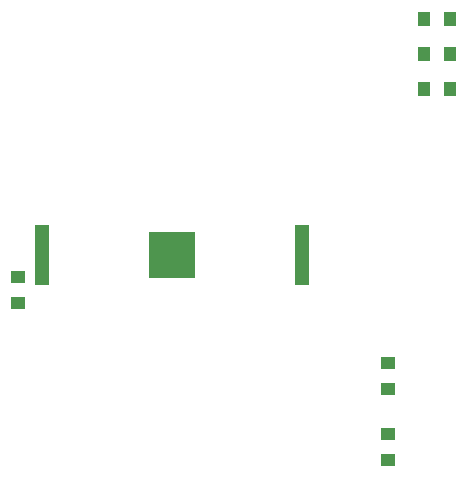
<source format=gbr>
G04 #@! TF.GenerationSoftware,KiCad,Pcbnew,(5.0.2)-1*
G04 #@! TF.CreationDate,2019-05-25T19:55:33-02:30*
G04 #@! TF.ProjectId,ControllerPCB,436f6e74-726f-46c6-9c65-725043422e6b,rev?*
G04 #@! TF.SameCoordinates,Original*
G04 #@! TF.FileFunction,Paste,Bot*
G04 #@! TF.FilePolarity,Positive*
%FSLAX46Y46*%
G04 Gerber Fmt 4.6, Leading zero omitted, Abs format (unit mm)*
G04 Created by KiCad (PCBNEW (5.0.2)-1) date 5/25/2019 7:55:33 PM*
%MOMM*%
%LPD*%
G01*
G04 APERTURE LIST*
%ADD10R,1.270000X5.080000*%
%ADD11R,3.960000X3.960000*%
%ADD12R,1.250000X1.000000*%
%ADD13R,1.000000X1.250000*%
G04 APERTURE END LIST*
D10*
G04 #@! TO.C,BT1*
X148763000Y-96865000D03*
X170733000Y-96865000D03*
D11*
X159748000Y-96865000D03*
G04 #@! TD*
D12*
G04 #@! TO.C,C7*
X146748000Y-100965000D03*
X146748000Y-98765000D03*
G04 #@! TD*
D13*
G04 #@! TO.C,C8*
X183248000Y-82865000D03*
X181048000Y-82865000D03*
G04 #@! TD*
G04 #@! TO.C,C9*
X181048000Y-79865000D03*
X183248000Y-79865000D03*
G04 #@! TD*
G04 #@! TO.C,C10*
X183248000Y-76865000D03*
X181048000Y-76865000D03*
G04 #@! TD*
D12*
G04 #@! TO.C,C11*
X177998000Y-112015000D03*
X177998000Y-114215000D03*
G04 #@! TD*
G04 #@! TO.C,C12*
X177998000Y-108215000D03*
X177998000Y-106015000D03*
G04 #@! TD*
M02*

</source>
